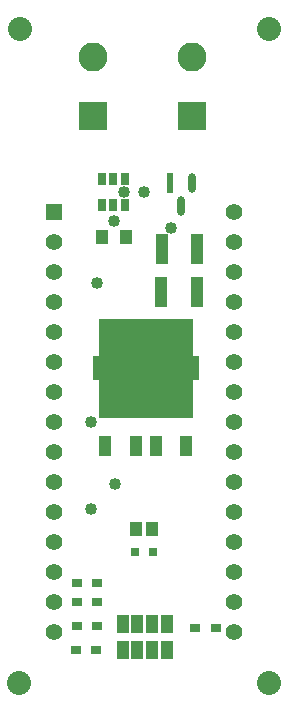
<source format=gbr>
G04*
G04 #@! TF.GenerationSoftware,Altium Limited,Altium Designer,23.1.1 (15)*
G04*
G04 Layer_Color=16711935*
%FSLAX25Y25*%
%MOIN*%
G70*
G04*
G04 #@! TF.SameCoordinates,7F6F0EF6-604E-4872-8498-859B9B4CD440*
G04*
G04*
G04 #@! TF.FilePolarity,Negative*
G04*
G01*
G75*
%ADD13R,0.05567X0.05567*%
%ADD14C,0.05567*%
%ADD15R,0.09677X0.09677*%
%ADD16C,0.09677*%
%ADD17C,0.08000*%
%ADD18C,0.04000*%
%ADD24R,0.03937X0.09843*%
%ADD26R,0.04352X0.06528*%
%ADD27R,0.03150X0.03150*%
%ADD29R,0.03543X0.03150*%
%ADD30R,0.03937X0.04921*%
G04:AMPARAMS|DCode=31|XSize=65.3mil|YSize=24.68mil|CornerRadius=12.34mil|HoleSize=0mil|Usage=FLASHONLY|Rotation=270.000|XOffset=0mil|YOffset=0mil|HoleType=Round|Shape=RoundedRectangle|*
%AMROUNDEDRECTD31*
21,1,0.06530,0.00000,0,0,270.0*
21,1,0.04063,0.02468,0,0,270.0*
1,1,0.02468,0.00000,-0.02031*
1,1,0.02468,0.00000,0.02031*
1,1,0.02468,0.00000,0.02031*
1,1,0.02468,0.00000,-0.02031*
%
%ADD31ROUNDEDRECTD31*%
%ADD32R,0.02468X0.06530*%
%ADD33R,0.02756X0.03937*%
%ADD35R,0.35433X0.07874*%
%ADD36R,0.31528X0.13811*%
%ADD37R,0.04362X0.06331*%
%ADD38R,0.04362X0.05150*%
D13*
X145651Y166165D02*
D03*
D14*
Y156165D02*
D03*
Y146165D02*
D03*
Y136165D02*
D03*
Y126165D02*
D03*
Y116165D02*
D03*
Y106165D02*
D03*
Y96165D02*
D03*
Y86165D02*
D03*
Y76165D02*
D03*
Y66165D02*
D03*
Y56165D02*
D03*
Y46165D02*
D03*
Y36165D02*
D03*
Y26165D02*
D03*
X205651D02*
D03*
Y36165D02*
D03*
Y46165D02*
D03*
Y56165D02*
D03*
Y66165D02*
D03*
Y76165D02*
D03*
Y86165D02*
D03*
Y96165D02*
D03*
Y106165D02*
D03*
Y116165D02*
D03*
Y126165D02*
D03*
Y136165D02*
D03*
Y146165D02*
D03*
Y156165D02*
D03*
Y166165D02*
D03*
D15*
X158778Y197958D02*
D03*
X191672D02*
D03*
D16*
X158778Y217642D02*
D03*
X191672D02*
D03*
D17*
X134500Y227000D02*
D03*
X217600D02*
D03*
X134100Y9000D02*
D03*
X217500D02*
D03*
D18*
X166100Y75200D02*
D03*
X158009Y96165D02*
D03*
Y67107D02*
D03*
X160000Y142200D02*
D03*
X175651Y172600D02*
D03*
X169232Y172594D02*
D03*
X165923Y163008D02*
D03*
X184957Y160570D02*
D03*
D24*
X193634Y153800D02*
D03*
X181823D02*
D03*
X181626Y139214D02*
D03*
X193437D02*
D03*
D26*
X173004Y87984D02*
D03*
X162954D02*
D03*
X179832D02*
D03*
X189882D02*
D03*
D27*
X172876Y52771D02*
D03*
X178781D02*
D03*
D29*
X160248Y42400D02*
D03*
X153555D02*
D03*
X160150Y35899D02*
D03*
X153457D02*
D03*
X160051Y27852D02*
D03*
X153358D02*
D03*
X153255Y20175D02*
D03*
X159948D02*
D03*
X199648Y27344D02*
D03*
X192955D02*
D03*
D30*
X161894Y157781D02*
D03*
X169769D02*
D03*
D31*
X188100Y167871D02*
D03*
X191702Y175561D02*
D03*
D32*
X184498D02*
D03*
D33*
X169340Y176929D02*
D03*
X165600D02*
D03*
X161860D02*
D03*
Y168271D02*
D03*
X165600D02*
D03*
X169340D02*
D03*
D35*
X176495Y114000D02*
D03*
D36*
X176500Y104157D02*
D03*
Y123843D02*
D03*
D37*
X183431Y20175D02*
D03*
X178509D02*
D03*
X173588D02*
D03*
X168667D02*
D03*
Y28836D02*
D03*
X173588D02*
D03*
X178509D02*
D03*
X183431D02*
D03*
D38*
X173269Y60305D02*
D03*
X178387D02*
D03*
M02*

</source>
